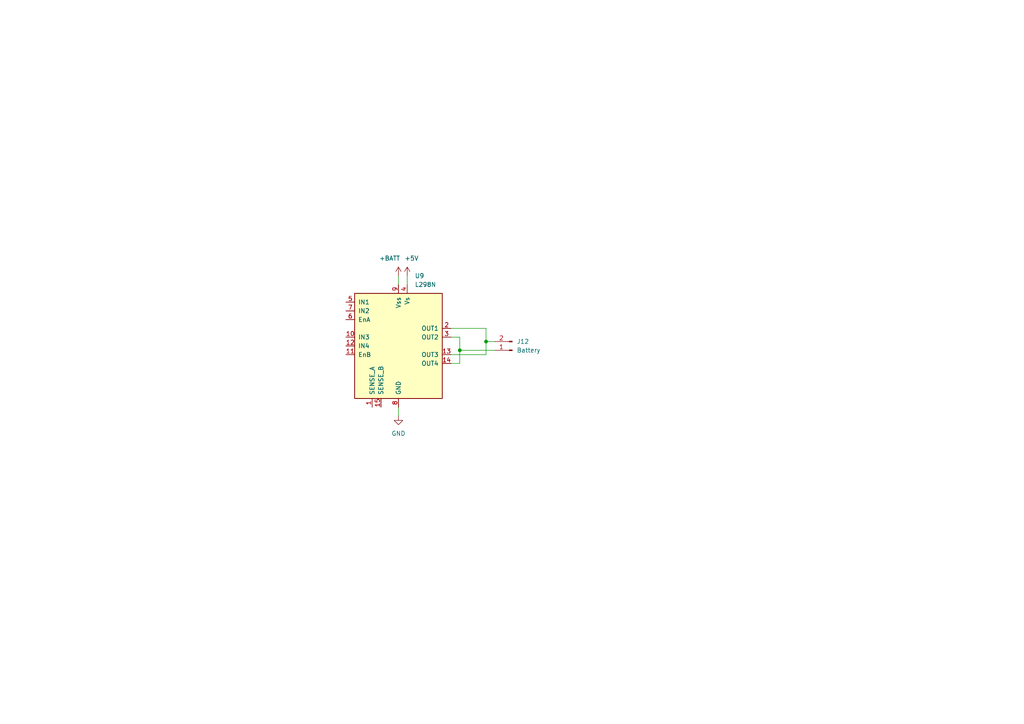
<source format=kicad_sch>
(kicad_sch (version 20230121) (generator eeschema)
  (paper "A4")
  (lib_symbols
    (symbol "Connector:Conn_01x02_Pin" (pin_names (offset 1.016) hide)
      (property "Reference" "J" (at 0 2.54 0))
      (property "Value" "Conn_01x02_Pin" (at 0 -5.08 0))
      (symbol "Conn_01x02_Pin_1_1"
        (polyline (pts (xy 1.27 -2.54) (xy 0.8636 -2.54)) (stroke (width 0.1524)))
        (polyline (pts (xy 1.27 0) (xy 0.8636 0)) (stroke (width 0.1524)))
        (rectangle (start 0.8636 -2.413) (end 0 -2.667) (stroke (width 0.1524)) (fill (type outline)))
        (rectangle (start 0.8636 0.127) (end 0 -0.127) (stroke (width 0.1524)) (fill (type outline)))
        (pin passive line (at 5.08 0 180) (length 3.81) (name "Pin_1") (number "1"))
        (pin passive line (at 5.08 -2.54 180) (length 3.81) (name "Pin_2") (number "2"))
      )
    )
    (symbol "Driver_Motor:L298N" (pin_names (offset 1.016))
      (property "Reference" "U" (at -10.16 16.51 0))
      (property "Value" "L298N" (at 12.7 16.51 0))
      (symbol "L298N_0_1"
        (rectangle (start -12.7 15.24) (end 12.7 -15.24) (stroke (width 0.254)) (fill (type background)))
      )
      (symbol "L298N_1_1"
        (pin power_in line (at -7.62 -17.78 90) (length 2.54) (name "SENSE_A") (number "1"))
        (pin input line (at -15.24 2.54 0) (length 2.54) (name "IN3") (number "10"))
        (pin input line (at -15.24 -2.54 0) (length 2.54) (name "EnB") (number "11"))
        (pin input line (at -15.24 0 0) (length 2.54) (name "IN4") (number "12"))
        (pin output line (at 15.24 -2.54 180) (length 2.54) (name "OUT3") (number "13"))
        (pin output line (at 15.24 -5.08 180) (length 2.54) (name "OUT4") (number "14"))
        (pin power_in line (at -5.08 -17.78 90) (length 2.54) (name "SENSE_B") (number "15"))
        (pin output line (at 15.24 5.08 180) (length 2.54) (name "OUT1") (number "2"))
        (pin output line (at 15.24 2.54 180) (length 2.54) (name "OUT2") (number "3"))
        (pin power_in line (at 2.54 17.78 270) (length 2.54) (name "Vs") (number "4"))
        (pin input line (at -15.24 12.7 0) (length 2.54) (name "IN1") (number "5"))
        (pin input line (at -15.24 7.62 0) (length 2.54) (name "EnA") (number "6"))
        (pin input line (at -15.24 10.16 0) (length 2.54) (name "IN2") (number "7"))
        (pin power_in line (at 0 -17.78 90) (length 2.54) (name "GND") (number "8"))
        (pin power_in line (at 0 17.78 270) (length 2.54) (name "Vss") (number "9"))
      )
    )
    (symbol "power:+5V" (power) (pin_names (offset 0))
      (property "Value" "+5V" (at 0 3.556 0))
      (symbol "+5V_0_1"
        (polyline (pts (xy -0.762 1.27) (xy 0 2.54)))
        (polyline (pts (xy 0 0) (xy 0 2.54)))
        (polyline (pts (xy 0 2.54) (xy 0.762 1.27)))
      )
      (symbol "+5V_1_1"
        (pin power_in line (at 0 0 90) (length 0) hide (name "+5V") (number "1"))
      )
    )
    (symbol "power:+BATT" (power) (pin_names (offset 0))
      (property "Value" "+BATT" (at 0 3.556 0))
      (symbol "+BATT_0_1"
        (polyline (pts (xy -0.762 1.27) (xy 0 2.54)))
        (polyline (pts (xy 0 0) (xy 0 2.54)))
        (polyline (pts (xy 0 2.54) (xy 0.762 1.27)))
      )
      (symbol "+BATT_1_1"
        (pin power_in line (at 0 0 90) (length 0) hide (name "+BATT") (number "1"))
      )
    )
    (symbol "power:GND" (power) (pin_names (offset 0))
      (property "Value" "GND" (at 0 -3.81 0))
      (symbol "GND_0_1"
        (polyline (pts (xy 0 0) (xy 0 -1.27) (xy 1.27 -1.27) (xy 0 -2.54) (xy -1.27 -1.27) (xy 0 -1.27)))
      )
      (symbol "GND_1_1"
        (pin power_in line (at 0 0 270) (length 0) hide (name "GND") (number "1"))
      )
    )
  )
  (junction (at 140.97 99.06))
  (junction (at 133.35 101.6))
  (wire (pts (xy 140.97 99.06) (xy 143.51 99.06)))
  (wire (pts (xy 140.97 99.06) (xy 140.97 102.87)))
  (wire (pts (xy 133.35 101.6) (xy 143.51 101.6)))
  (wire (pts (xy 140.97 95.25) (xy 140.97 99.06)))
  (wire (pts (xy 130.81 95.25) (xy 140.97 95.25)))
  (wire (pts (xy 115.57 118.11) (xy 115.57 120.65)))
  (wire (pts (xy 118.11 80.01) (xy 118.11 82.55)))
  (wire (pts (xy 130.81 102.87) (xy 140.97 102.87)))
  (wire (pts (xy 115.57 80.01) (xy 115.57 82.55)))
  (wire (pts (xy 130.81 97.79) (xy 133.35 97.79)))
  (wire (pts (xy 133.35 101.6) (xy 133.35 105.41)))
  (wire (pts (xy 130.81 105.41) (xy 133.35 105.41)))
  (wire (pts (xy 133.35 97.79) (xy 133.35 101.6)))
  (symbol (lib_id "power:+BATT") (at 115.57 80.01 0) (unit 1)
    (property "Reference" "#PWR031" (effects hide))
    (property "Value" "+BATT" (at 113.03 74.93 0))
  )
  (symbol (lib_id "power:+5V") (at 118.11 80.01 0) (unit 1)
    (property "Reference" "#PWR032" (effects hide))
    (property "Value" "+5V" (at 119.38 74.93 0))
    (instances (project "Tracker" (path "" (reference "#PWR032") (unit 1)) (path "" (reference "#PWR033") (unit 1))))
  )
  (symbol (lib_id "Connector:Conn_01x02_Pin") (at 148.59 101.6 180) (unit 1)
    (property "Reference" "J12" (at 149.86 99.06 0) (effects (justify right)))
    (property "Value" "Battery" (at 149.86 101.6 0) (effects (justify right)))
    (property "Footprint" "TerminalBlock_Phoenix:TerminalBlock_Phoenix_MKDS-1,5-2-5.08_1x02_P5.08mm_Horizontal" (effects hide))
    (property "Sim.Enable" "0" (effects hide))
    (instances (project "Tracker" (path "" (reference "J12") (unit 1)) (path "" (reference "J2") (unit 1))))
  )
  (symbol (lib_id "Driver_Motor:L298N") (at 115.57 100.33 0) (unit 1)
    (property "Reference" "U9" (at 120.3041 80.01 0) (effects (justify left)))
    (property "Value" "L298N" (at 120.3041 82.55 0) (effects (justify left)))
    (property "Footprint" "Package_TO_SOT_THT:TO-220-15_P2.54x2.54mm_StaggerOdd_Lead4.58mm_Vertical" (effects hide))
    (property "Datasheet" "http://www.st.com/st-web-ui/static/active/en/resource/technical/document/datasheet/CD00000240.pdf" (effects hide))
    (instances (project "Tracker" (path "" (reference "U9") (unit 1)) (path "" (reference "U4") (unit 1))))
  )
  (symbol (lib_id "power:GND") (at 115.57 120.65 0) (unit 1)
    (property "Reference" "#PWR033" (effects hide))
    (property "Value" "GND" (at 115.57 125.73 0))
    (instances (project "Tracker" (path "" (reference "#PWR033") (unit 1)) (path "" (reference "#PWR032") (unit 1))))
  )
)
</source>
